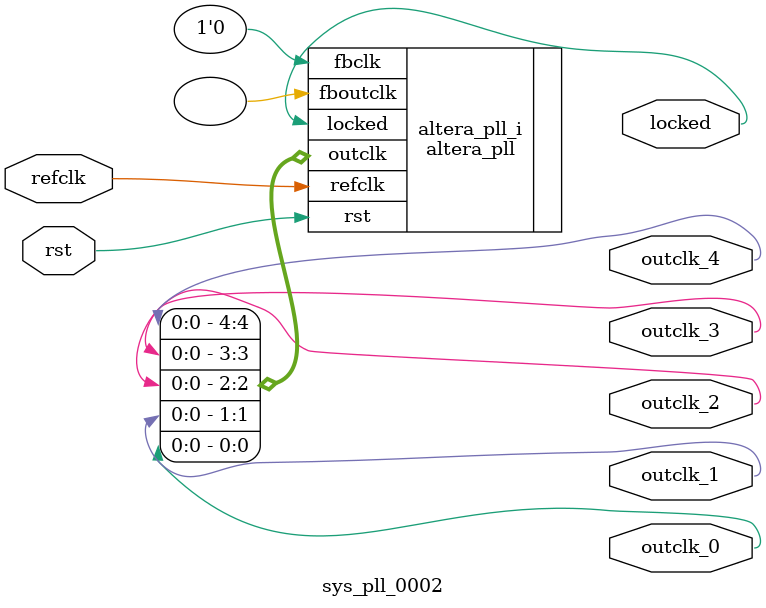
<source format=v>
`timescale 1ns/10ps
module  sys_pll_0002(

	// interface 'refclk'
	input wire refclk,

	// interface 'reset'
	input wire rst,

	// interface 'outclk0'
	output wire outclk_0,

	// interface 'outclk1'
	output wire outclk_1,

	// interface 'outclk2'
	output wire outclk_2,

	// interface 'outclk3'
	output wire outclk_3,

	// interface 'outclk4'
	output wire outclk_4,

	// interface 'locked'
	output wire locked
);

	altera_pll #(
		.fractional_vco_multiplier("false"),
		.reference_clock_frequency("50.0 MHz"),
		.operation_mode("direct"),
		.number_of_clocks(5),
		.output_clock_frequency0("50.000000 MHz"),
		.phase_shift0("0 ps"),
		.duty_cycle0(50),
		.output_clock_frequency1("100.000000 MHz"),
		.phase_shift1("0 ps"),
		.duty_cycle1(50),
		.output_clock_frequency2("40.000000 MHz"),
		.phase_shift2("0 ps"),
		.duty_cycle2(50),
		.output_clock_frequency3("25.000000 MHz"),
		.phase_shift3("0 ps"),
		.duty_cycle3(50),
		.output_clock_frequency4("10.000000 MHz"),
		.phase_shift4("0 ps"),
		.duty_cycle4(50),
		.output_clock_frequency5("0 MHz"),
		.phase_shift5("0 ps"),
		.duty_cycle5(50),
		.output_clock_frequency6("0 MHz"),
		.phase_shift6("0 ps"),
		.duty_cycle6(50),
		.output_clock_frequency7("0 MHz"),
		.phase_shift7("0 ps"),
		.duty_cycle7(50),
		.output_clock_frequency8("0 MHz"),
		.phase_shift8("0 ps"),
		.duty_cycle8(50),
		.output_clock_frequency9("0 MHz"),
		.phase_shift9("0 ps"),
		.duty_cycle9(50),
		.output_clock_frequency10("0 MHz"),
		.phase_shift10("0 ps"),
		.duty_cycle10(50),
		.output_clock_frequency11("0 MHz"),
		.phase_shift11("0 ps"),
		.duty_cycle11(50),
		.output_clock_frequency12("0 MHz"),
		.phase_shift12("0 ps"),
		.duty_cycle12(50),
		.output_clock_frequency13("0 MHz"),
		.phase_shift13("0 ps"),
		.duty_cycle13(50),
		.output_clock_frequency14("0 MHz"),
		.phase_shift14("0 ps"),
		.duty_cycle14(50),
		.output_clock_frequency15("0 MHz"),
		.phase_shift15("0 ps"),
		.duty_cycle15(50),
		.output_clock_frequency16("0 MHz"),
		.phase_shift16("0 ps"),
		.duty_cycle16(50),
		.output_clock_frequency17("0 MHz"),
		.phase_shift17("0 ps"),
		.duty_cycle17(50),
		.pll_type("General"),
		.pll_subtype("General")
	) altera_pll_i (
		.rst	(rst),
		.outclk	({outclk_4, outclk_3, outclk_2, outclk_1, outclk_0}),
		.locked	(locked),
		.fboutclk	( ),
		.fbclk	(1'b0),
		.refclk	(refclk)
	);
endmodule


</source>
